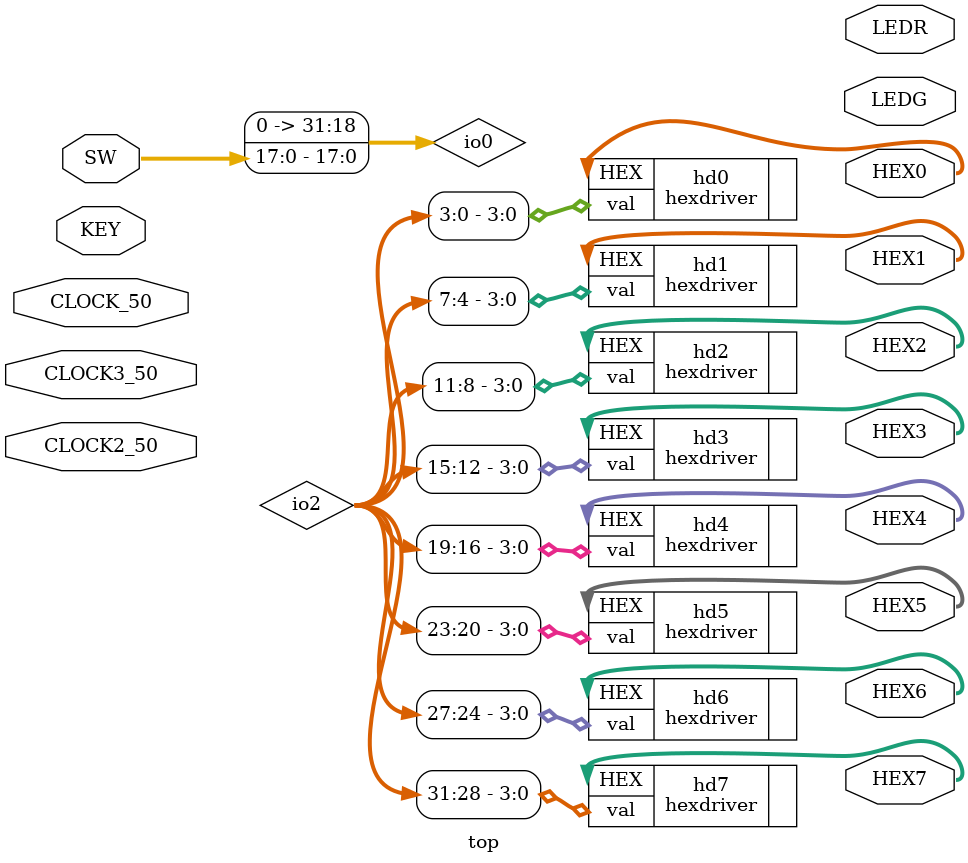
<source format=sv>


module top (

	//////////// CLOCK //////////
	input 		          		CLOCK_50,
	input 		          		CLOCK2_50,
	input 		          		CLOCK3_50,

	//////////// LED //////////
	output		     [8:0]		LEDG,
	output		    [17:0]		LEDR,

	//////////// KEY //////////
	input 		     [3:0]		KEY,

	//////////// SW //////////
	input 		    [17:0]		SW,

	//////////// SEG7 //////////
	output		     [6:0]		HEX0,
	output		     [6:0]		HEX1,
	output		     [6:0]		HEX2,
	output		     [6:0]		HEX3,
	output		     [6:0]		HEX4,
	output		     [6:0]		HEX5,
	output		     [6:0]		HEX6,
	output		     [6:0]		HEX7
);

  logic [31:0] io0, io2;

  assign io0 = {14'b0, SW};

  hexdriver hd0 (.val(io2[3:0]), .HEX(HEX0));
  hexdriver hd1 (.val(io2[7:4]), .HEX(HEX1));
  hexdriver hd2 (.val(io2[11:8]), .HEX(HEX2));
  hexdriver hd3 (.val(io2[15:12]), .HEX(HEX3));
  hexdriver hd4 (.val(io2[19:16]), .HEX(HEX4));
  hexdriver hd5 (.val(io2[23:20]), .HEX(HEX5));
  hexdriver hd6 (.val(io2[27:24]), .HEX(HEX6));
  hexdriver hd7 (.val(io2[31:28]), .HEX(HEX7));

  cpu cpu_inst(.clk(CLOCK_50), .rst_n(KEY[0]), .io0_in(io0), .io2_out(i02));

endmodule



</source>
